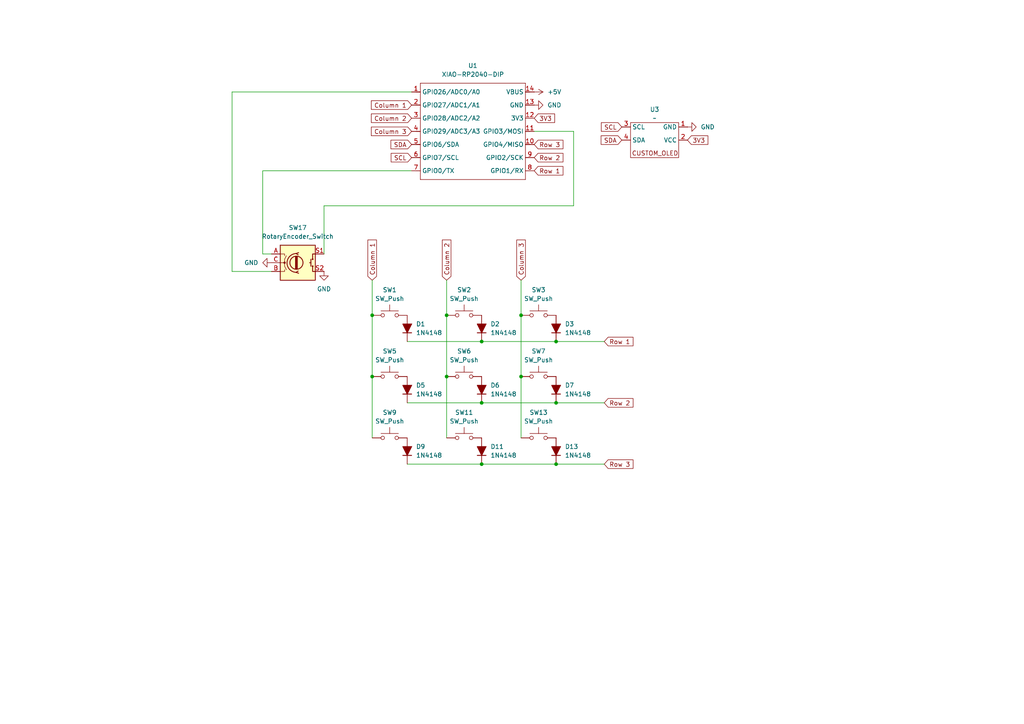
<source format=kicad_sch>
(kicad_sch (version 20250114) (generator "eeschema") (generator_version "9.0")
  (paper "A4")
  (lib_symbols
    (symbol "Device:RotaryEncoder_Switch" (pin_names (offset 0.254) (hide yes))
      (property "Reference" "SW" (at 0 6.604 0))
      (property "Value" "RotaryEncoder_Switch" (at 0 -6.604 0))
      (symbol "RotaryEncoder_Switch_0_1"
        (rectangle (start -5.08 5.08) (end 5.08 -5.08) (stroke (width 0.254)) (fill (type background)))
        (polyline (pts (xy -5.08 2.54) (xy -3.81 2.54) (xy -3.81 2.032)))
        (polyline (pts (xy -5.08 0) (xy -3.81 0) (xy -3.81 -1.016) (xy -3.302 -2.032)))
        (polyline (pts (xy -5.08 -2.54) (xy -3.81 -2.54) (xy -3.81 -2.032)))
        (polyline (pts (xy -4.318 0) (xy -3.81 0) (xy -3.81 1.016) (xy -3.302 2.032)))
        (circle (center -3.81 0) (radius 0.254) (fill (type outline)))
        (polyline (pts (xy -0.635 -1.778) (xy -0.635 1.778)) (stroke (width 0.254)))
        (circle (center -0.381 0) (radius 1.905) (stroke (width 0.254)))
        (polyline (pts (xy -0.381 -1.778) (xy -0.381 1.778)) (stroke (width 0.254)))
        (arc (start -0.381 -2.794) (mid -3.0988 -0.0635) (end -0.381 2.667) (stroke (width 0.254)))
        (polyline (pts (xy -0.127 1.778) (xy -0.127 -1.778)) (stroke (width 0.254)))
        (polyline (pts (xy 0.254 2.921) (xy -0.508 2.667) (xy 0.127 2.286)) (stroke (width 0.254)))
        (polyline (pts (xy 0.254 -3.048) (xy -0.508 -2.794) (xy 0.127 -2.413)) (stroke (width 0.254)))
        (polyline (pts (xy 3.81 1.016) (xy 3.81 -1.016)) (stroke (width 0.254)))
        (polyline (pts (xy 3.81 0) (xy 3.429 0)) (stroke (width 0.254)))
        (circle (center 4.318 1.016) (radius 0.127) (stroke (width 0.254)))
        (circle (center 4.318 -1.016) (radius 0.127) (stroke (width 0.254)))
        (polyline (pts (xy 5.08 2.54) (xy 4.318 2.54) (xy 4.318 1.016)) (stroke (width 0.254)))
        (polyline (pts (xy 5.08 -2.54) (xy 4.318 -2.54) (xy 4.318 -1.016)) (stroke (width 0.254)))
      )
      (symbol "RotaryEncoder_Switch_1_1"
        (pin passive line (at -7.62 2.54 0) (length 2.54) (name "A") (number "A"))
        (pin passive line (at -7.62 0 0) (length 2.54) (name "C") (number "C"))
        (pin passive line (at -7.62 -2.54 0) (length 2.54) (name "B") (number "B"))
        (pin passive line (at 7.62 2.54 180) (length 2.54) (name "S1") (number "S1"))
        (pin passive line (at 7.62 -2.54 180) (length 2.54) (name "S2") (number "S2"))
      )
    )
    (symbol "New_Library:CUSTOM_OLED"
      (property "Reference" "U" (at 0 4.572 0))
      (symbol "CUSTOM_OLED_0_1"
        (rectangle (start -6.35 3.81) (end 7.62 -6.35))
      )
      (symbol "CUSTOM_OLED_1_1"
        (text "CUSTOM_OLED\n" (at 0.762 -5.08 0) (effects (font (size 1.27 1.27))))
        (pin input line (at -8.89 2.54 0) (length 2.54) (name "SCL") (number "3"))
        (pin input line (at -8.89 -1.27 0) (length 2.54) (name "SDA") (number "4"))
        (pin input line (at 10.16 2.54 180) (length 2.54) (name "GND") (number "1"))
        (pin input line (at 10.16 -1.27 180) (length 2.54) (name "VCC") (number "2"))
      )
    )
    (symbol "OPL:XIAO-RP2040-DIP"
      (property "Reference" "U" (at 0 0 0))
      (property "Value" "XIAO-RP2040-DIP" (at 5.334 -1.778 0))
      (symbol "XIAO-RP2040-DIP_1_0"
        (polyline (pts (xy -1.27 -2.54) (xy 29.21 -2.54)) (stroke (width 0.1524)))
        (polyline (pts (xy -1.27 -5.08) (xy -2.54 -5.08)) (stroke (width 0.1524)))
        (polyline (pts (xy -1.27 -5.08) (xy -1.27 -2.54)) (stroke (width 0.1524)))
        (polyline (pts (xy -1.27 -8.89) (xy -2.54 -8.89)) (stroke (width 0.1524)))
        (polyline (pts (xy -1.27 -8.89) (xy -1.27 -5.08)) (stroke (width 0.1524)))
        (polyline (pts (xy -1.27 -12.7) (xy -2.54 -12.7)) (stroke (width 0.1524)))
        (polyline (pts (xy -1.27 -12.7) (xy -1.27 -8.89)) (stroke (width 0.1524)))
        (polyline (pts (xy -1.27 -16.51) (xy -2.54 -16.51)) (stroke (width 0.1524)))
        (polyline (pts (xy -1.27 -16.51) (xy -1.27 -12.7)) (stroke (width 0.1524)))
        (polyline (pts (xy -1.27 -20.32) (xy -2.54 -20.32)) (stroke (width 0.1524)))
        (polyline (pts (xy -1.27 -24.13) (xy -2.54 -24.13)) (stroke (width 0.1524)))
        (polyline (pts (xy -1.27 -27.94) (xy -2.54 -27.94)) (stroke (width 0.1524)))
        (polyline (pts (xy -1.27 -30.48) (xy -1.27 -16.51)) (stroke (width 0.1524)))
        (polyline (pts (xy 29.21 -2.54) (xy 29.21 -5.08)) (stroke (width 0.1524)))
        (polyline (pts (xy 29.21 -5.08) (xy 29.21 -8.89)) (stroke (width 0.1524)))
        (polyline (pts (xy 29.21 -8.89) (xy 29.21 -12.7)) (stroke (width 0.1524)))
        (polyline (pts (xy 29.21 -12.7) (xy 29.21 -30.48)) (stroke (width 0.1524)))
        (polyline (pts (xy 29.21 -30.48) (xy -1.27 -30.48)) (stroke (width 0.1524)))
        (polyline (pts (xy 30.48 -5.08) (xy 29.21 -5.08)) (stroke (width 0.1524)))
        (polyline (pts (xy 30.48 -8.89) (xy 29.21 -8.89)) (stroke (width 0.1524)))
        (polyline (pts (xy 30.48 -12.7) (xy 29.21 -12.7)) (stroke (width 0.1524)))
        (polyline (pts (xy 30.48 -16.51) (xy 29.21 -16.51)) (stroke (width 0.1524)))
        (polyline (pts (xy 30.48 -20.32) (xy 29.21 -20.32)) (stroke (width 0.1524)))
        (polyline (pts (xy 30.48 -24.13) (xy 29.21 -24.13)) (stroke (width 0.1524)))
        (polyline (pts (xy 30.48 -27.94) (xy 29.21 -27.94)) (stroke (width 0.1524)))
        (pin passive line (at -3.81 -5.08 0) (length 2.54) (name "GPIO26/ADC0/A0") (number "1"))
        (pin passive line (at -3.81 -8.89 0) (length 2.54) (name "GPIO27/ADC1/A1") (number "2"))
        (pin passive line (at -3.81 -12.7 0) (length 2.54) (name "GPIO28/ADC2/A2") (number "3"))
        (pin passive line (at -3.81 -16.51 0) (length 2.54) (name "GPIO29/ADC3/A3") (number "4"))
        (pin passive line (at -3.81 -20.32 0) (length 2.54) (name "GPIO6/SDA") (number "5"))
        (pin passive line (at -3.81 -24.13 0) (length 2.54) (name "GPIO7/SCL") (number "6"))
        (pin passive line (at -3.81 -27.94 0) (length 2.54) (name "GPIO0/TX") (number "7"))
        (pin passive line (at 31.75 -5.08 180) (length 2.54) (name "VBUS") (number "14"))
        (pin passive line (at 31.75 -8.89 180) (length 2.54) (name "GND") (number "13"))
        (pin passive line (at 31.75 -12.7 180) (length 2.54) (name "3V3") (number "12"))
        (pin passive line (at 31.75 -16.51 180) (length 2.54) (name "GPIO3/MOSI") (number "11"))
        (pin passive line (at 31.75 -20.32 180) (length 2.54) (name "GPIO4/MISO") (number "10"))
        (pin passive line (at 31.75 -24.13 180) (length 2.54) (name "GPIO2/SCK") (number "9"))
        (pin passive line (at 31.75 -27.94 180) (length 2.54) (name "GPIO1/RX") (number "8"))
      )
    )
    (symbol "PCM_Diode_AKL:1N4148" (pin_numbers (hide yes)) (pin_names (offset 1.016) (hide yes))
      (property "Reference" "D" (at 0 5.08 0))
      (property "Value" "1N4148" (at 0 2.54 0))
      (symbol "1N4148_0_1"
        (polyline (pts (xy -1.27 1.27) (xy -1.27 -1.27) (xy 1.27 0) (xy -1.27 1.27)) (stroke (width 0.254)) (fill (type outline)))
        (polyline (pts (xy -1.27 0) (xy 1.27 0)))
        (polyline (pts (xy 1.27 1.27) (xy 1.27 -1.27)) (stroke (width 0.254)))
      )
      (symbol "1N4148_0_2"
        (polyline (pts (xy -2.54 -2.54) (xy 2.54 2.54)))
        (polyline (pts (xy -0.889 -0.889) (xy -1.778 0) (xy 0.889 0.889) (xy 0 -1.778) (xy -0.889 -0.889)) (stroke (width 0.254)) (fill (type outline)))
        (polyline (pts (xy 0 1.778) (xy 1.778 0)) (stroke (width 0.254)))
      )
      (symbol "1N4148_1_1"
        (pin passive line (at -3.81 0 0) (length 2.54) (name "A") (number "2"))
        (pin passive line (at 3.81 0 180) (length 2.54) (name "K") (number "1"))
      )
      (symbol "1N4148_1_2"
        (pin passive line (at -2.54 -2.54 0) (length 0) (name "A") (number "2"))
        (pin passive line (at 2.54 2.54 180) (length 0) (name "K") (number "1"))
      )
    )
    (symbol "Switch:SW_Push" (pin_numbers (hide yes)) (pin_names (offset 1.016) (hide yes))
      (property "Reference" "SW" (at 1.27 2.54 0))
      (property "Value" "SW_Push" (at 0 -1.524 0))
      (symbol "SW_Push_0_1"
        (circle (center -2.032 0) (radius 0.508))
        (polyline (pts (xy 0 1.27) (xy 0 3.048)))
        (circle (center 2.032 0) (radius 0.508))
        (polyline (pts (xy 2.54 1.27) (xy -2.54 1.27)))
        (pin passive line (at -5.08 0 0) (length 2.54) (name "1") (number "1"))
        (pin passive line (at 5.08 0 180) (length 2.54) (name "2") (number "2"))
      )
    )
    (symbol "power:+5V" (power) (pin_numbers (hide yes)) (pin_names (offset 0) (hide yes))
      (property "Value" "+5V" (at 0 3.556 0))
      (symbol "+5V_0_1"
        (polyline (pts (xy -0.762 1.27) (xy 0 2.54)))
        (polyline (pts (xy 0 2.54) (xy 0.762 1.27)))
        (polyline (pts (xy 0 0) (xy 0 2.54)))
      )
      (symbol "+5V_1_1"
        (pin power_in line (at 0 0 90) (length 0) (name "~") (number "1"))
      )
    )
    (symbol "power:GND" (power) (pin_numbers (hide yes)) (pin_names (offset 0) (hide yes))
      (property "Value" "GND" (at 0 -3.81 0))
      (symbol "GND_0_1"
        (polyline (pts (xy 0 0) (xy 0 -1.27) (xy 1.27 -1.27) (xy 0 -2.54) (xy -1.27 -1.27) (xy 0 -1.27)))
      )
      (symbol "GND_1_1"
        (pin power_in line (at 0 0 270) (length 0) (name "~") (number "1"))
      )
    )
  )
  (junction (at 161.29 116.84))
  (junction (at 139.7 134.62))
  (junction (at 129.54 91.44))
  (junction (at 107.95 109.22))
  (junction (at 139.7 116.84))
  (junction (at 129.54 109.22))
  (junction (at 151.13 91.44))
  (junction (at 151.13 109.22))
  (junction (at 161.29 134.62))
  (junction (at 107.95 91.44))
  (junction (at 161.29 99.06))
  (junction (at 139.7 99.06))
  (wire (pts (xy 107.95 91.44) (xy 107.95 109.22)))
  (wire (pts (xy 67.31 78.74) (xy 67.31 26.67)))
  (wire (pts (xy 118.11 116.84) (xy 139.7 116.84)))
  (wire (pts (xy 76.2 49.53) (xy 119.38 49.53)))
  (wire (pts (xy 107.95 109.22) (xy 107.95 127)))
  (wire (pts (xy 161.29 134.62) (xy 175.26 134.62)))
  (wire (pts (xy 139.7 116.84) (xy 161.29 116.84)))
  (wire (pts (xy 151.13 91.44) (xy 151.13 109.22)))
  (wire (pts (xy 151.13 81.28) (xy 151.13 91.44)))
  (wire (pts (xy 78.74 78.74) (xy 67.31 78.74)))
  (wire (pts (xy 129.54 91.44) (xy 129.54 109.22)))
  (wire (pts (xy 118.11 99.06) (xy 139.7 99.06)))
  (wire (pts (xy 139.7 134.62) (xy 161.29 134.62)))
  (wire (pts (xy 76.2 73.66) (xy 76.2 49.53)))
  (wire (pts (xy 129.54 109.22) (xy 129.54 127)))
  (wire (pts (xy 107.95 81.28) (xy 107.95 91.44)))
  (wire (pts (xy 161.29 99.06) (xy 175.26 99.06)))
  (wire (pts (xy 129.54 81.28) (xy 129.54 91.44)))
  (wire (pts (xy 93.98 73.66) (xy 93.98 59.69)))
  (wire (pts (xy 151.13 109.22) (xy 151.13 127)))
  (wire (pts (xy 118.11 134.62) (xy 139.7 134.62)))
  (wire (pts (xy 67.31 26.67) (xy 119.38 26.67)))
  (wire (pts (xy 78.74 73.66) (xy 76.2 73.66)))
  (wire (pts (xy 161.29 116.84) (xy 175.26 116.84)))
  (wire (pts (xy 139.7 99.06) (xy 161.29 99.06)))
  (wire (pts (xy 93.98 59.69) (xy 166.37 59.69)))
  (wire (pts (xy 166.37 38.1) (xy 154.94 38.1)))
  (wire (pts (xy 166.37 59.69) (xy 166.37 38.1)))
  (global_label "SCL" (shape input) (at 119.38 45.72 180) (property "Intersheetrefs" "${INTERSHEET_REFS}" (effects (hide yes))))
  (global_label "SCL" (shape input) (at 180.34 36.83 180) (property "Intersheetrefs" "${INTERSHEET_REFS}" (effects (hide yes))))
  (global_label "Column 2" (shape input) (at 129.54 81.28 90) (property "Intersheetrefs" "${INTERSHEET_REFS}" (effects (hide yes))))
  (global_label "Row 2" (shape input) (at 175.26 116.84 0) (property "Intersheetrefs" "${INTERSHEET_REFS}" (effects (hide yes))))
  (global_label "3V3" (shape input) (at 154.94 34.29 0) (property "Intersheetrefs" "${INTERSHEET_REFS}" (effects (hide yes))))
  (global_label "Column 2" (shape input) (at 119.38 34.29 180) (property "Intersheetrefs" "${INTERSHEET_REFS}" (effects (hide yes))))
  (global_label "Column 1" (shape input) (at 119.38 30.48 180) (property "Intersheetrefs" "${INTERSHEET_REFS}" (effects (hide yes))))
  (global_label "Column 1" (shape input) (at 107.95 81.28 90) (property "Intersheetrefs" "${INTERSHEET_REFS}" (effects (hide yes))))
  (global_label "3V3" (shape input) (at 199.39 40.64 0) (property "Intersheetrefs" "${INTERSHEET_REFS}" (effects (hide yes))))
  (global_label "Row 1" (shape input) (at 175.26 99.06 0) (property "Intersheetrefs" "${INTERSHEET_REFS}" (effects (hide yes))))
  (global_label "Column 3" (shape input) (at 151.13 81.28 90) (property "Intersheetrefs" "${INTERSHEET_REFS}" (effects (hide yes))))
  (global_label "Column 3" (shape input) (at 119.38 38.1 180) (property "Intersheetrefs" "${INTERSHEET_REFS}" (effects (hide yes))))
  (global_label "Row 3" (shape input) (at 154.94 41.91 0) (property "Intersheetrefs" "${INTERSHEET_REFS}" (effects (hide yes))))
  (global_label "SDA" (shape input) (at 119.38 41.91 180) (property "Intersheetrefs" "${INTERSHEET_REFS}" (effects (hide yes))))
  (global_label "SDA" (shape input) (at 180.34 40.64 180) (property "Intersheetrefs" "${INTERSHEET_REFS}" (effects (hide yes))))
  (global_label "Row 1" (shape input) (at 154.94 49.53 0) (property "Intersheetrefs" "${INTERSHEET_REFS}" (effects (hide yes))))
  (global_label "Row 3" (shape input) (at 175.26 134.62 0) (property "Intersheetrefs" "${INTERSHEET_REFS}" (effects (hide yes))))
  (global_label "Row 2" (shape input) (at 154.94 45.72 0) (property "Intersheetrefs" "${INTERSHEET_REFS}" (effects (hide yes))))
  (symbol (lib_id "Switch:SW_Push") (at 113.03 127 0) (unit 1)
    (property "Reference" "SW9" (at 113.03 119.6409 0))
    (property "Value" "SW_Push" (at 113.03 122.1809 0))
    (property "Footprint" "Button_Switch_Keyboard:SW_Cherry_MX_1.00u_PCB" (effects (hide yes)))
    (property "Description" "Push button switch, generic, two pins" (effects (hide yes)))
  )
  (symbol (lib_id "Switch:SW_Push") (at 156.21 127 0) (unit 1)
    (property "Reference" "SW13" (at 156.21 119.6409 0))
    (property "Value" "SW_Push" (at 156.21 122.1809 0))
    (property "Footprint" "Button_Switch_Keyboard:SW_Cherry_MX_1.00u_PCB" (effects (hide yes)))
    (property "Description" "Push button switch, generic, two pins" (effects (hide yes)))
  )
  (symbol (lib_id "Switch:SW_Push") (at 134.62 91.44 0) (unit 1)
    (property "Reference" "SW2" (at 134.62 84.0809 0))
    (property "Value" "SW_Push" (at 134.62 86.6209 0))
    (property "Footprint" "Button_Switch_Keyboard:SW_Cherry_MX_1.00u_PCB" (effects (hide yes)))
    (property "Description" "Push button switch, generic, two pins" (effects (hide yes)))
  )
  (symbol (lib_id "PCM_Diode_AKL:1N4148") (at 139.7 95.25 270) (unit 1)
    (property "Reference" "D2" (at 142.24 93.9799 90) (effects (justify left)))
    (property "Value" "1N4148" (at 142.24 96.5199 90) (effects (justify left)))
    (property "Footprint" "PCM_Diode_THT_AKL:D_DO-35_SOD27_P7.62mm_Horizontal" (effects (hide yes)))
    (property "Datasheet" "https://datasheet.octopart.com/1N4148TR-ON-Semiconductor-datasheet-42765246.pdf" (effects (hide yes)))
    (property "Description" "DO-35 Diode, Small Signal, Fast Switching, 75V, 150mA, 4ns, Alternate KiCad Library" (effects (hide yes)))
  )
  (symbol (lib_id "Switch:SW_Push") (at 113.03 91.44 0) (unit 1)
    (property "Reference" "SW1" (at 113.03 84.0809 0))
    (property "Value" "SW_Push" (at 113.03 86.6209 0))
    (property "Footprint" "Button_Switch_Keyboard:SW_Cherry_MX_1.00u_PCB" (effects (hide yes)))
    (property "Description" "Push button switch, generic, two pins" (effects (hide yes)))
  )
  (symbol (lib_id "OPL:XIAO-RP2040-DIP") (at 123.19 21.59 0) (unit 1)
    (property "Reference" "U1" (at 137.16 19.05 0))
    (property "Value" "XIAO-RP2040-DIP" (at 137.16 21.59 0))
    (property "Footprint" "OPL:XIAO-RP2040-DIP" (effects (hide yes)))
  )
  (symbol (lib_id "Device:RotaryEncoder_Switch") (at 86.36 76.2 0) (unit 1)
    (property "Reference" "SW17" (at 86.36 66.04 0))
    (property "Value" "RotaryEncoder_Switch" (at 86.36 68.58 0))
    (property "Footprint" "Rotary_Encoder:RotaryEncoder_Alps_EC11E-Switch_Vertical_H20mm" (effects (hide yes)))
    (property "Description" "Rotary encoder, dual channel, incremental quadrate outputs, with switch" (effects (hide yes)))
  )
  (symbol (lib_id "PCM_Diode_AKL:1N4148") (at 161.29 113.03 270) (unit 1)
    (property "Reference" "D7" (at 163.83 111.7599 90) (effects (justify left)))
    (property "Value" "1N4148" (at 163.83 114.2999 90) (effects (justify left)))
    (property "Footprint" "PCM_Diode_THT_AKL:D_DO-35_SOD27_P7.62mm_Horizontal" (effects (hide yes)))
    (property "Datasheet" "https://datasheet.octopart.com/1N4148TR-ON-Semiconductor-datasheet-42765246.pdf" (effects (hide yes)))
    (property "Description" "DO-35 Diode, Small Signal, Fast Switching, 75V, 150mA, 4ns, Alternate KiCad Library" (effects (hide yes)))
  )
  (symbol (lib_id "Switch:SW_Push") (at 113.03 109.22 0) (unit 1)
    (property "Reference" "SW5" (at 113.03 101.8609 0))
    (property "Value" "SW_Push" (at 113.03 104.4009 0))
    (property "Footprint" "Button_Switch_Keyboard:SW_Cherry_MX_1.00u_PCB" (effects (hide yes)))
    (property "Description" "Push button switch, generic, two pins" (effects (hide yes)))
  )
  (symbol (lib_id "PCM_Diode_AKL:1N4148") (at 139.7 113.03 270) (unit 1)
    (property "Reference" "D6" (at 142.24 111.7599 90) (effects (justify left)))
    (property "Value" "1N4148" (at 142.24 114.2999 90) (effects (justify left)))
    (property "Footprint" "PCM_Diode_THT_AKL:D_DO-35_SOD27_P7.62mm_Horizontal" (effects (hide yes)))
    (property "Datasheet" "https://datasheet.octopart.com/1N4148TR-ON-Semiconductor-datasheet-42765246.pdf" (effects (hide yes)))
    (property "Description" "DO-35 Diode, Small Signal, Fast Switching, 75V, 150mA, 4ns, Alternate KiCad Library" (effects (hide yes)))
  )
  (symbol (lib_id "power:GND") (at 78.74 76.2 270) (unit 1)
    (property "Reference" "#PWR01" (effects (hide yes)))
    (property "Value" "GND" (at 74.93 76.1999 90) (effects (justify right)))
    (property "Description" "Power symbol creates a global label with name \"GND\" , ground" (effects (hide yes)))
  )
  (symbol (lib_id "PCM_Diode_AKL:1N4148") (at 161.29 130.81 270) (unit 1)
    (property "Reference" "D13" (at 163.83 129.5399 90) (effects (justify left)))
    (property "Value" "1N4148" (at 163.83 132.0799 90) (effects (justify left)))
    (property "Footprint" "PCM_Diode_THT_AKL:D_DO-35_SOD27_P7.62mm_Horizontal" (effects (hide yes)))
    (property "Datasheet" "https://datasheet.octopart.com/1N4148TR-ON-Semiconductor-datasheet-42765246.pdf" (effects (hide yes)))
    (property "Description" "DO-35 Diode, Small Signal, Fast Switching, 75V, 150mA, 4ns, Alternate KiCad Library" (effects (hide yes)))
  )
  (symbol (lib_id "PCM_Diode_AKL:1N4148") (at 161.29 95.25 270) (unit 1)
    (property "Reference" "D3" (at 163.83 93.9799 90) (effects (justify left)))
    (property "Value" "1N4148" (at 163.83 96.5199 90) (effects (justify left)))
    (property "Footprint" "PCM_Diode_THT_AKL:D_DO-35_SOD27_P7.62mm_Horizontal" (effects (hide yes)))
    (property "Datasheet" "https://datasheet.octopart.com/1N4148TR-ON-Semiconductor-datasheet-42765246.pdf" (effects (hide yes)))
    (property "Description" "DO-35 Diode, Small Signal, Fast Switching, 75V, 150mA, 4ns, Alternate KiCad Library" (effects (hide yes)))
  )
  (symbol (lib_id "PCM_Diode_AKL:1N4148") (at 118.11 113.03 270) (unit 1)
    (property "Reference" "D5" (at 120.65 111.7599 90) (effects (justify left)))
    (property "Value" "1N4148" (at 120.65 114.2999 90) (effects (justify left)))
    (property "Footprint" "PCM_Diode_THT_AKL:D_DO-35_SOD27_P7.62mm_Horizontal" (effects (hide yes)))
    (property "Datasheet" "https://datasheet.octopart.com/1N4148TR-ON-Semiconductor-datasheet-42765246.pdf" (effects (hide yes)))
    (property "Description" "DO-35 Diode, Small Signal, Fast Switching, 75V, 150mA, 4ns, Alternate KiCad Library" (effects (hide yes)))
  )
  (symbol (lib_id "Switch:SW_Push") (at 156.21 91.44 0) (unit 1)
    (property "Reference" "SW3" (at 156.21 84.0809 0))
    (property "Value" "SW_Push" (at 156.21 86.6209 0))
    (property "Footprint" "Button_Switch_Keyboard:SW_Cherry_MX_1.00u_PCB" (effects (hide yes)))
    (property "Description" "Push button switch, generic, two pins" (effects (hide yes)))
  )
  (symbol (lib_id "New_Library:CUSTOM_OLED") (at 189.23 39.37 0) (unit 1)
    (property "Reference" "U3" (at 189.865 31.75 0))
    (property "Value" "~" (at 189.865 34.29 0))
    (property "Footprint" "OLED:SSD1306-0.91-OLED-4pin-128x32" (effects (hide yes)))
  )
  (symbol (lib_id "PCM_Diode_AKL:1N4148") (at 118.11 130.81 270) (unit 1)
    (property "Reference" "D9" (at 120.65 129.5399 90) (effects (justify left)))
    (property "Value" "1N4148" (at 120.65 132.0799 90) (effects (justify left)))
    (property "Footprint" "PCM_Diode_THT_AKL:D_DO-35_SOD27_P7.62mm_Horizontal" (effects (hide yes)))
    (property "Datasheet" "https://datasheet.octopart.com/1N4148TR-ON-Semiconductor-datasheet-42765246.pdf" (effects (hide yes)))
    (property "Description" "DO-35 Diode, Small Signal, Fast Switching, 75V, 150mA, 4ns, Alternate KiCad Library" (effects (hide yes)))
  )
  (symbol (lib_id "power:+5V") (at 154.94 26.67 270) (unit 1)
    (property "Reference" "#PWR02" (effects (hide yes)))
    (property "Value" "+5V" (at 158.75 26.6699 90) (effects (justify left)))
    (property "Description" "Power symbol creates a global label with name \"+5V\"" (effects (hide yes)))
  )
  (symbol (lib_id "Switch:SW_Push") (at 134.62 127 0) (unit 1)
    (property "Reference" "SW11" (at 134.62 119.6409 0))
    (property "Value" "SW_Push" (at 134.62 122.1809 0))
    (property "Footprint" "Button_Switch_Keyboard:SW_Cherry_MX_1.00u_PCB" (effects (hide yes)))
    (property "Description" "Push button switch, generic, two pins" (effects (hide yes)))
  )
  (symbol (lib_id "power:GND") (at 93.98 78.74 0) (unit 1)
    (property "Reference" "#PWR04" (effects (hide yes)))
    (property "Value" "GND" (at 93.98 83.82 0))
    (property "Description" "Power symbol creates a global label with name \"GND\" , ground" (effects (hide yes)))
  )
  (symbol (lib_id "Switch:SW_Push") (at 134.62 109.22 0) (unit 1)
    (property "Reference" "SW6" (at 134.62 101.8609 0))
    (property "Value" "SW_Push" (at 134.62 104.4009 0))
    (property "Footprint" "Button_Switch_Keyboard:SW_Cherry_MX_1.00u_PCB" (effects (hide yes)))
    (property "Description" "Push button switch, generic, two pins" (effects (hide yes)))
  )
  (symbol (lib_id "PCM_Diode_AKL:1N4148") (at 118.11 95.25 270) (unit 1)
    (property "Reference" "D1" (at 120.65 93.9799 90) (effects (justify left)))
    (property "Value" "1N4148" (at 120.65 96.5199 90) (effects (justify left)))
    (property "Footprint" "PCM_Diode_THT_AKL:D_DO-35_SOD27_P7.62mm_Horizontal" (effects (hide yes)))
    (property "Datasheet" "https://datasheet.octopart.com/1N4148TR-ON-Semiconductor-datasheet-42765246.pdf" (effects (hide yes)))
    (property "Description" "DO-35 Diode, Small Signal, Fast Switching, 75V, 150mA, 4ns, Alternate KiCad Library" (effects (hide yes)))
  )
  (symbol (lib_id "PCM_Diode_AKL:1N4148") (at 139.7 130.81 270) (unit 1)
    (property "Reference" "D11" (at 142.24 129.5399 90) (effects (justify left)))
    (property "Value" "1N4148" (at 142.24 132.0799 90) (effects (justify left)))
    (property "Footprint" "PCM_Diode_THT_AKL:D_DO-35_SOD27_P7.62mm_Horizontal" (effects (hide yes)))
    (property "Datasheet" "https://datasheet.octopart.com/1N4148TR-ON-Semiconductor-datasheet-42765246.pdf" (effects (hide yes)))
    (property "Description" "DO-35 Diode, Small Signal, Fast Switching, 75V, 150mA, 4ns, Alternate KiCad Library" (effects (hide yes)))
  )
  (symbol (lib_id "power:GND") (at 154.94 30.48 90) (unit 1)
    (property "Reference" "#PWR03" (effects (hide yes)))
    (property "Value" "GND" (at 158.75 30.4799 90) (effects (justify right)))
    (property "Description" "Power symbol creates a global label with name \"GND\" , ground" (effects (hide yes)))
  )
  (symbol (lib_id "Switch:SW_Push") (at 156.21 109.22 0) (unit 1)
    (property "Reference" "SW7" (at 156.21 101.8609 0))
    (property "Value" "SW_Push" (at 156.21 104.4009 0))
    (property "Footprint" "Button_Switch_Keyboard:SW_Cherry_MX_1.00u_PCB" (effects (hide yes)))
    (property "Description" "Push button switch, generic, two pins" (effects (hide yes)))
  )
  (symbol (lib_id "power:GND") (at 199.39 36.83 90) (unit 1)
    (property "Reference" "#PWR08" (effects (hide yes)))
    (property "Value" "GND" (at 203.2 36.8299 90) (effects (justify right)))
    (property "Description" "Power symbol creates a global label with name \"GND\" , ground" (effects (hide yes)))
  )
)
</source>
